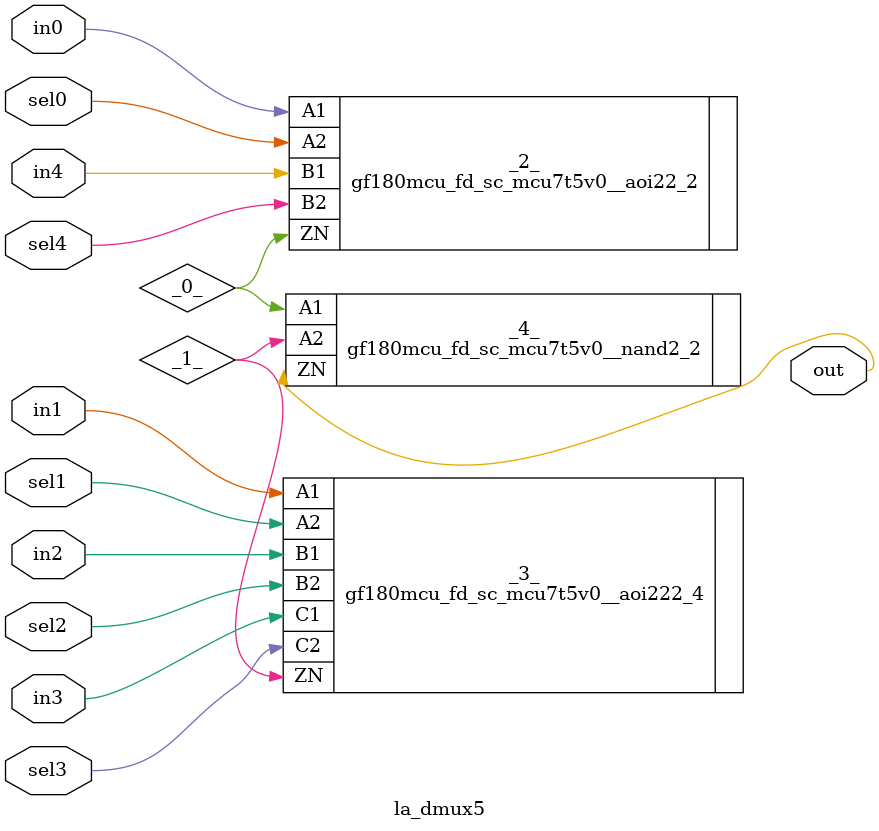
<source format=v>

/* Generated by Yosys 0.44 (git sha1 80ba43d26, g++ 11.4.0-1ubuntu1~22.04 -fPIC -O3) */

(* top =  1  *)
(* src = "inputs/la_dmux5.v:10.1-28.10" *)
module la_dmux5 (
    sel4,
    sel3,
    sel2,
    sel1,
    sel0,
    in4,
    in3,
    in2,
    in1,
    in0,
    out
);
  wire _0_;
  wire _1_;
  (* src = "inputs/la_dmux5.v:22.12-22.15" *)
  input in0;
  wire in0;
  (* src = "inputs/la_dmux5.v:21.12-21.15" *)
  input in1;
  wire in1;
  (* src = "inputs/la_dmux5.v:20.12-20.15" *)
  input in2;
  wire in2;
  (* src = "inputs/la_dmux5.v:19.12-19.15" *)
  input in3;
  wire in3;
  (* src = "inputs/la_dmux5.v:18.12-18.15" *)
  input in4;
  wire in4;
  (* src = "inputs/la_dmux5.v:23.12-23.15" *)
  output out;
  wire out;
  (* src = "inputs/la_dmux5.v:17.12-17.16" *)
  input sel0;
  wire sel0;
  (* src = "inputs/la_dmux5.v:16.12-16.16" *)
  input sel1;
  wire sel1;
  (* src = "inputs/la_dmux5.v:15.12-15.16" *)
  input sel2;
  wire sel2;
  (* src = "inputs/la_dmux5.v:14.12-14.16" *)
  input sel3;
  wire sel3;
  (* src = "inputs/la_dmux5.v:13.12-13.16" *)
  input sel4;
  wire sel4;
  gf180mcu_fd_sc_mcu7t5v0__aoi22_2 _2_ (
      .A1(in0),
      .A2(sel0),
      .B1(in4),
      .B2(sel4),
      .ZN(_0_)
  );
  gf180mcu_fd_sc_mcu7t5v0__aoi222_4 _3_ (
      .A1(in1),
      .A2(sel1),
      .B1(in2),
      .B2(sel2),
      .C1(in3),
      .C2(sel3),
      .ZN(_1_)
  );
  gf180mcu_fd_sc_mcu7t5v0__nand2_2 _4_ (
      .A1(_0_),
      .A2(_1_),
      .ZN(out)
  );
endmodule

</source>
